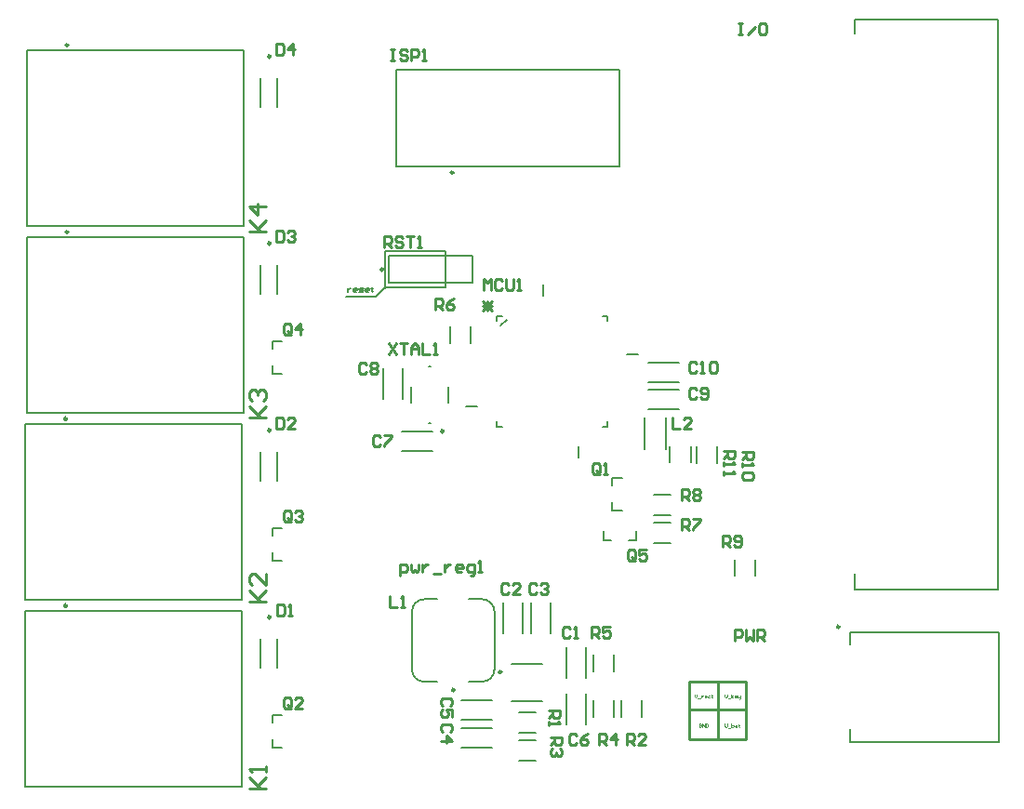
<source format=gbr>
%TF.GenerationSoftware,Altium Limited,Altium Designer,24.9.1 (31)*%
G04 Layer_Color=65535*
%FSLAX45Y45*%
%MOMM*%
%TF.SameCoordinates,83ADD26A-4C95-4E02-96E4-27C39B5E4718*%
%TF.FilePolarity,Positive*%
%TF.FileFunction,Legend,Top*%
%TF.Part,Single*%
G01*
G75*
%TA.AperFunction,NonConductor*%
%ADD46C,0.25000*%
%ADD47C,0.20000*%
%ADD48C,0.15400*%
%ADD49C,0.25400*%
%ADD50C,0.15240*%
%ADD51C,0.26442*%
%ADD52C,0.10000*%
D46*
X12804500Y9607000D02*
G03*
X12804500Y9607000I-12500J0D01*
G01*
X9285800Y7365100D02*
G03*
X9285800Y7365100I-12500J0D01*
G01*
X9298500Y10768700D02*
G03*
X9298500Y10768700I-12500J0D01*
G01*
X9285800Y5663300D02*
G03*
X9285800Y5663300I-12500J0D01*
G01*
X9298500Y9066900D02*
G03*
X9298500Y9066900I-12500J0D01*
G01*
X11139824Y5559353D02*
G03*
X11139824Y5559353I-12500J0D01*
G01*
Y7261153D02*
G03*
X11139824Y7261153I-12500J0D01*
G01*
Y8962953D02*
G03*
X11139824Y8962953I-12500J0D01*
G01*
Y10664753D02*
G03*
X11139824Y10664753I-12500J0D01*
G01*
X12164900Y8724900D02*
G03*
X12164900Y8724900I-12500J0D01*
G01*
X12713200Y7251900D02*
G03*
X12713200Y7251900I-12500J0D01*
G01*
X16319299Y5471700D02*
G03*
X16319299Y5471700I-12500J0D01*
G01*
X12814101Y4896700D02*
G03*
X12814101Y4896700I-12500J0D01*
G01*
X13242200Y5060700D02*
G03*
X13242200Y5060700I-12500J0D01*
G01*
D47*
X13066600Y4971700D02*
G03*
X13176601Y5081700I0J110000D01*
G01*
Y5611700D02*
G03*
X13066600Y5721700I-110000J0D01*
G01*
X12536600D02*
G03*
X12426600Y5611700I0J-110000D01*
G01*
Y5081700D02*
G03*
X12536600Y4971700I110000J0D01*
G01*
X11156798Y7774798D02*
X11244301D01*
X11156798Y8002300D02*
Y8074802D01*
Y7774798D02*
Y7847300D01*
Y8074802D02*
X11244301D01*
X14578696Y7634407D02*
X14859904D01*
X14578696Y7453193D02*
X14859904D01*
X14314999Y9667001D02*
Y10544997D01*
X12285001Y9667001D02*
X14314999D01*
X12285001Y10544997D02*
X14314999D01*
X12285001Y9667001D02*
Y10544997D01*
X15014999Y6965000D02*
Y7115000D01*
X15205000Y6965000D02*
Y7115000D01*
X14775000Y6966539D02*
Y7116539D01*
X14964999Y6966539D02*
Y7116539D01*
X15364999Y5935000D02*
Y6085000D01*
X15555000Y5935000D02*
Y6085000D01*
X14631599Y6419601D02*
X14781601D01*
X14631599Y6229599D02*
X14781601D01*
X14170000Y6260000D02*
Y6347500D01*
X14397501Y6260000D02*
X14470000D01*
X14170000D02*
X14242500D01*
X14470000D02*
Y6347500D01*
X8908298Y5715102D02*
Y7315098D01*
Y5715102D02*
X10878302D01*
Y7315098D01*
X8908298D02*
X10878302D01*
X16459003Y10996498D02*
X17763998D01*
X16459003Y5806501D02*
X17763998D01*
Y10996498D01*
X16459003Y5806501D02*
Y5956498D01*
Y10876498D02*
Y10996498D01*
X8920998Y9118702D02*
Y10718698D01*
Y9118702D02*
X10891002D01*
Y10718698D01*
X8920998D02*
X10891002D01*
X11156798Y4671202D02*
X11244301D01*
X11156798Y4371198D02*
Y4443700D01*
Y4598700D02*
Y4671202D01*
Y4371198D02*
X11244301D01*
X11156798Y6373002D02*
X11244301D01*
X11156798Y6072998D02*
Y6145500D01*
Y6300500D02*
Y6373002D01*
Y6072998D02*
X11244301D01*
X8908298Y5613298D02*
X10878302D01*
Y4013302D02*
Y5613298D01*
X8908298Y4013302D02*
X10878302D01*
X8908298D02*
Y5613298D01*
X8920998Y9016898D02*
X10891002D01*
Y7416902D02*
Y9016898D01*
X8920998Y7416902D02*
X10891002D01*
X8920998D02*
Y9016898D01*
X11199825Y5364902D02*
X11202700D01*
X11047700D02*
X11050575D01*
X11047700Y5099898D02*
Y5364902D01*
X11199825Y5099898D02*
X11202700D01*
X11047700D02*
X11050575D01*
X11202700D02*
Y5364902D01*
X11199825Y7066702D02*
X11202700D01*
X11047700D02*
X11050575D01*
X11047700Y6801698D02*
Y7066702D01*
X11199825Y6801698D02*
X11202700D01*
X11047700D02*
X11050575D01*
X11202700D02*
Y7066702D01*
X11199825Y8768502D02*
X11202700D01*
X11047700D02*
X11050575D01*
X11047700Y8503498D02*
Y8768502D01*
X11199825Y8503498D02*
X11202700D01*
X11047700D02*
X11050575D01*
X11202700D02*
Y8768502D01*
X11199825Y10470302D02*
X11202700D01*
X11047700D02*
X11050575D01*
X11047700Y10205298D02*
Y10470302D01*
X11199825Y10205298D02*
X11202700D01*
X11047700D02*
X11050575D01*
X11202700D02*
Y10470302D01*
X14631599Y6673601D02*
X14781601D01*
X14631599Y6483599D02*
X14781601D01*
X14249998Y6529998D02*
X14337502D01*
X14249998Y6757501D02*
Y6830002D01*
Y6529998D02*
Y6602500D01*
Y6830002D02*
X14337502D01*
X12217400Y8849401D02*
X12979401D01*
X12217400Y8600399D02*
X12979401D01*
X12217400D02*
Y8849401D01*
X12979401Y8600399D02*
Y8849401D01*
X12578202Y7324400D02*
X12593198D01*
X12753198Y7509398D02*
Y7654402D01*
X12578202Y7839400D02*
X12593198D01*
X12418202Y7509398D02*
Y7654402D01*
X14547789Y7088292D02*
Y7378908D01*
X14738411Y7088292D02*
Y7378908D01*
X14268201Y4649399D02*
Y4799401D01*
X14078198Y4649399D02*
Y4799401D01*
X16416801Y4424202D02*
Y4536699D01*
Y5306700D02*
Y5419202D01*
X17766801D01*
Y4424202D02*
Y5419202D01*
X16416801Y4424202D02*
X17766801D01*
X12946597Y4971699D02*
X13066599D01*
X12946597Y5721701D02*
X13066599D01*
X12536602D02*
X12656602D01*
X13176601Y5081702D02*
Y5611698D01*
X12536602Y4971699D02*
X12656602D01*
X12426599Y5081702D02*
Y5611698D01*
X13334700Y4795698D02*
X13614700D01*
X13334700Y5135702D02*
X13614700D01*
X14078198Y5068499D02*
Y5218501D01*
X14268201Y5068499D02*
Y5218501D01*
X14009807Y5002896D02*
Y5284104D01*
X13828593Y5002896D02*
Y5284104D01*
X14578696Y7875707D02*
X14859904D01*
X14578696Y7694493D02*
X14859904D01*
X12330796Y7253407D02*
X12612004D01*
X12330796Y7072193D02*
X12612004D01*
X12164893Y7542896D02*
Y7824104D01*
X12346107Y7542896D02*
Y7824104D01*
X12876897Y4548307D02*
X13158104D01*
X12876897Y4367093D02*
X13158104D01*
X12876897Y4802307D02*
X13158104D01*
X12876897Y4621093D02*
X13158104D01*
X13399699Y4692401D02*
X13549701D01*
X13399699Y4502399D02*
X13549701D01*
X12960101Y8052999D02*
Y8203001D01*
X12770099Y8052999D02*
Y8203001D01*
X13399699Y4248399D02*
X13549701D01*
X13399699Y4438401D02*
X13549701D01*
X13438307Y5409296D02*
Y5690504D01*
X13257092Y5409296D02*
Y5690504D01*
X13692307Y5409296D02*
Y5690504D01*
X13511093Y5409296D02*
Y5690504D01*
X14009807Y4583796D02*
Y4865004D01*
X13828593Y4583796D02*
Y4865004D01*
X14522202Y4649399D02*
Y4799401D01*
X14332199Y4649399D02*
Y4799401D01*
D48*
X12180000Y8560000D02*
X12730000D01*
X12180000Y8890000D02*
X12730000D01*
Y8560000D02*
Y8890000D01*
X12180000Y8560000D02*
Y8890000D01*
X11830000Y8480000D02*
X12100000D01*
X12180000Y8560000D01*
X12180000D01*
X11843318Y8556423D02*
Y8521501D01*
Y8538962D01*
X11852049Y8547693D01*
X11860779Y8556423D01*
X11869510D01*
X11921893Y8521501D02*
X11904432D01*
X11895701Y8530232D01*
Y8547693D01*
X11904432Y8556423D01*
X11921893D01*
X11930623Y8547693D01*
Y8538962D01*
X11895701D01*
X11948084Y8521501D02*
X11974276D01*
X11983006Y8530232D01*
X11974276Y8538962D01*
X11956815D01*
X11948084Y8547693D01*
X11956815Y8556423D01*
X11983006D01*
X12026659Y8521501D02*
X12009198D01*
X12000467Y8530232D01*
Y8547693D01*
X12009198Y8556423D01*
X12026659D01*
X12035389Y8547693D01*
Y8538962D01*
X12000467D01*
X12061581Y8565154D02*
Y8556423D01*
X12052850D01*
X12070311D01*
X12061581D01*
Y8530232D01*
X12070311Y8521501D01*
D49*
X14950000Y4450000D02*
X15470000D01*
X14950000Y4970000D02*
X15470000D01*
Y4450000D02*
Y4970000D01*
X14950000Y4450000D02*
Y4970000D01*
X12180000Y8560000D02*
X12180000D01*
X14960001Y4720000D02*
X15460001D01*
X15210001Y4450000D02*
Y4960000D01*
X15259216Y7070031D02*
X15360783D01*
Y7019248D01*
X15343855Y7002320D01*
X15310001D01*
X15293073Y7019248D01*
Y7070031D01*
Y7036175D02*
X15259216Y7002320D01*
Y6968464D02*
Y6934608D01*
Y6951536D01*
X15360783D01*
X15343855Y6968464D01*
X15259216Y6883824D02*
Y6849969D01*
Y6866897D01*
X15360783D01*
X15343855Y6883824D01*
X15429218Y7065419D02*
X15530785D01*
Y7014636D01*
X15513857Y6997708D01*
X15480000D01*
X15463072Y7014636D01*
Y7065419D01*
Y7031564D02*
X15429218Y6997708D01*
Y6963852D02*
Y6929997D01*
Y6946924D01*
X15530785D01*
X15513857Y6963852D01*
Y6879213D02*
X15530785Y6862285D01*
Y6828429D01*
X15513857Y6811501D01*
X15446144D01*
X15429218Y6828429D01*
Y6862285D01*
X15446144Y6879213D01*
X15513857D01*
X15255360Y6199216D02*
Y6300784D01*
X15306145D01*
X15323071Y6283856D01*
Y6250000D01*
X15306145Y6233072D01*
X15255360D01*
X15289217D02*
X15323071Y6199216D01*
X15356927Y6216144D02*
X15373856Y6199216D01*
X15407712D01*
X15424638Y6216144D01*
Y6283856D01*
X15407712Y6300784D01*
X15373856D01*
X15356927Y6283856D01*
Y6266928D01*
X15373856Y6250000D01*
X15424638D01*
X14463072Y6086144D02*
Y6153856D01*
X14446144Y6170784D01*
X14412289D01*
X14395361Y6153856D01*
Y6086144D01*
X14412289Y6069216D01*
X14446144D01*
X14429218Y6103072D02*
X14463072Y6069216D01*
X14446144D02*
X14463072Y6086144D01*
X14564639Y6170784D02*
X14496928D01*
Y6120000D01*
X14530785Y6136928D01*
X14547713D01*
X14564639Y6120000D01*
Y6086144D01*
X14547713Y6069216D01*
X14513857D01*
X14496928Y6086144D01*
X15400044Y10967679D02*
X15433900D01*
X15416972D01*
Y10866112D01*
X15400044D01*
X15433900D01*
X15484685D02*
X15552396Y10933823D01*
X15637035Y10967679D02*
X15603178D01*
X15586250Y10950751D01*
Y10883040D01*
X15603178Y10866112D01*
X15637035D01*
X15653963Y10883040D01*
Y10950751D01*
X15637035Y10967679D01*
X12229185Y10730784D02*
X12263041D01*
X12246113D01*
Y10629216D01*
X12229185D01*
X12263041D01*
X12381536Y10713856D02*
X12364608Y10730784D01*
X12330753D01*
X12313825Y10713856D01*
Y10696928D01*
X12330753Y10680000D01*
X12364608D01*
X12381536Y10663072D01*
Y10646144D01*
X12364608Y10629216D01*
X12330753D01*
X12313825Y10646144D01*
X12415392Y10629216D02*
Y10730784D01*
X12466175D01*
X12483103Y10713856D01*
Y10680000D01*
X12466175Y10663072D01*
X12415392D01*
X12516959Y10629216D02*
X12550815D01*
X12533887D01*
Y10730784D01*
X12516959Y10713856D01*
X11192961Y10782284D02*
Y10680717D01*
X11243744D01*
X11260672Y10697644D01*
Y10765356D01*
X11243744Y10782284D01*
X11192961D01*
X11345312Y10680717D02*
Y10782284D01*
X11294528Y10731500D01*
X11362239D01*
X11192961Y9080484D02*
Y8978917D01*
X11243744D01*
X11260672Y8995844D01*
Y9063556D01*
X11243744Y9080484D01*
X11192961D01*
X11294528Y9063556D02*
X11311456Y9080484D01*
X11345312D01*
X11362239Y9063556D01*
Y9046628D01*
X11345312Y9029700D01*
X11328384D01*
X11345312D01*
X11362239Y9012772D01*
Y8995844D01*
X11345312Y8978917D01*
X11311456D01*
X11294528Y8995844D01*
X11192961Y7378684D02*
Y7277117D01*
X11243744D01*
X11260672Y7294044D01*
Y7361756D01*
X11243744Y7378684D01*
X11192961D01*
X11362239Y7277117D02*
X11294528D01*
X11362239Y7344828D01*
Y7361756D01*
X11345312Y7378684D01*
X11311456D01*
X11294528Y7361756D01*
X11197189Y5676884D02*
Y5575317D01*
X11247972D01*
X11264900Y5592244D01*
Y5659956D01*
X11247972Y5676884D01*
X11197189D01*
X11298756Y5575317D02*
X11332612D01*
X11315684D01*
Y5676884D01*
X11298756Y5659956D01*
X11324172Y8144944D02*
Y8212656D01*
X11307244Y8229584D01*
X11273389D01*
X11256461Y8212656D01*
Y8144944D01*
X11273389Y8128017D01*
X11307244D01*
X11290317Y8161872D02*
X11324172Y8128017D01*
X11307244D02*
X11324172Y8144944D01*
X11408812Y8128017D02*
Y8229584D01*
X11358028Y8178800D01*
X11425739D01*
X11324172Y6443144D02*
Y6510856D01*
X11307244Y6527784D01*
X11273389D01*
X11256461Y6510856D01*
Y6443144D01*
X11273389Y6426217D01*
X11307244D01*
X11290317Y6460072D02*
X11324172Y6426217D01*
X11307244D02*
X11324172Y6443144D01*
X11358028Y6510856D02*
X11374956Y6527784D01*
X11408812D01*
X11425739Y6510856D01*
Y6493928D01*
X11408812Y6477000D01*
X11391884D01*
X11408812D01*
X11425739Y6460072D01*
Y6443144D01*
X11408812Y6426217D01*
X11374956D01*
X11358028Y6443144D01*
X11324172Y4741344D02*
Y4809056D01*
X11307244Y4825984D01*
X11273389D01*
X11256461Y4809056D01*
Y4741344D01*
X11273389Y4724417D01*
X11307244D01*
X11290317Y4758272D02*
X11324172Y4724417D01*
X11307244D02*
X11324172Y4741344D01*
X11425739Y4724417D02*
X11358028D01*
X11425739Y4792128D01*
Y4809056D01*
X11408812Y4825984D01*
X11374956D01*
X11358028Y4809056D01*
X14885361Y6619217D02*
Y6720784D01*
X14936143D01*
X14953072Y6703856D01*
Y6670000D01*
X14936143Y6653072D01*
X14885361D01*
X14919217D02*
X14953072Y6619217D01*
X14986928Y6703856D02*
X15003856Y6720784D01*
X15037712D01*
X15054639Y6703856D01*
Y6686928D01*
X15037712Y6670000D01*
X15054639Y6653072D01*
Y6636144D01*
X15037712Y6619217D01*
X15003856D01*
X14986928Y6636144D01*
Y6653072D01*
X15003856Y6670000D01*
X14986928Y6686928D01*
Y6703856D01*
X15003856Y6670000D02*
X15037712D01*
X14885361Y6349216D02*
Y6450784D01*
X14936143D01*
X14953072Y6433856D01*
Y6400000D01*
X14936143Y6383072D01*
X14885361D01*
X14919217D02*
X14953072Y6349216D01*
X14986928Y6450784D02*
X15054639D01*
Y6433856D01*
X14986928Y6366144D01*
Y6349216D01*
X12175121Y8928117D02*
Y9029684D01*
X12225905D01*
X12242833Y9012756D01*
Y8978900D01*
X12225905Y8961972D01*
X12175121D01*
X12208977D02*
X12242833Y8928117D01*
X12344400Y9012756D02*
X12327472Y9029684D01*
X12293617D01*
X12276689Y9012756D01*
Y8995828D01*
X12293617Y8978900D01*
X12327472D01*
X12344400Y8961972D01*
Y8945044D01*
X12327472Y8928117D01*
X12293617D01*
X12276689Y8945044D01*
X12378256Y9029684D02*
X12445967D01*
X12412112D01*
Y8928117D01*
X12479823D02*
X12513679D01*
X12496751D01*
Y9029684D01*
X12479823Y9012756D01*
X14139999Y6876144D02*
Y6943856D01*
X14123071Y6960784D01*
X14089217D01*
X14072289Y6943856D01*
Y6876144D01*
X14089217Y6859216D01*
X14123071D01*
X14106145Y6893072D02*
X14139999Y6859216D01*
X14123071D02*
X14139999Y6876144D01*
X14173856Y6859216D02*
X14207710D01*
X14190784D01*
Y6960784D01*
X14173856Y6943856D01*
X10947425Y9067841D02*
X11099775D01*
X11048992D01*
X10947425Y9169408D01*
X11023600Y9093233D01*
X11099775Y9169408D01*
Y9296367D02*
X10947425D01*
X11023600Y9220192D01*
Y9321759D01*
X10947425Y7378741D02*
X11099775D01*
X11048992D01*
X10947425Y7480308D01*
X11023600Y7404133D01*
X11099775Y7480308D01*
X10972817Y7531092D02*
X10947425Y7556484D01*
Y7607267D01*
X10972817Y7632659D01*
X10998208D01*
X11023600Y7607267D01*
Y7581875D01*
Y7607267D01*
X11048992Y7632659D01*
X11074383D01*
X11099775Y7607267D01*
Y7556484D01*
X11074383Y7531092D01*
X10947425Y5702341D02*
X11099775D01*
X11048992D01*
X10947425Y5803908D01*
X11023600Y5727733D01*
X11099775Y5803908D01*
Y5956259D02*
Y5854692D01*
X10998208Y5956259D01*
X10972817D01*
X10947425Y5930867D01*
Y5880084D01*
X10972817Y5854692D01*
X10947425Y4000533D02*
X11099775D01*
X11048992D01*
X10947425Y4102100D01*
X11023600Y4025925D01*
X11099775Y4102100D01*
Y4152884D02*
Y4203667D01*
Y4178276D01*
X10947425D01*
X10972817Y4152884D01*
X12225889Y5753084D02*
Y5651517D01*
X12293600D01*
X12327456D02*
X12361312D01*
X12344384D01*
Y5753084D01*
X12327456Y5736156D01*
X14063161Y5372117D02*
Y5473684D01*
X14113943D01*
X14130872Y5456756D01*
Y5422900D01*
X14113943Y5405972D01*
X14063161D01*
X14097017D02*
X14130872Y5372117D01*
X14232439Y5473684D02*
X14164728D01*
Y5422900D01*
X14198584Y5439828D01*
X14215512D01*
X14232439Y5422900D01*
Y5389044D01*
X14215512Y5372117D01*
X14181656D01*
X14164728Y5389044D01*
X14126662Y4394217D02*
Y4495784D01*
X14177444D01*
X14194373Y4478856D01*
Y4445000D01*
X14177444Y4428072D01*
X14126662D01*
X14160516D02*
X14194373Y4394217D01*
X14279012D02*
Y4495784D01*
X14228229Y4445000D01*
X14295940D01*
X14380661Y4394217D02*
Y4495784D01*
X14431444D01*
X14448372Y4478856D01*
Y4445000D01*
X14431444Y4428072D01*
X14380661D01*
X14414517D02*
X14448372Y4394217D01*
X14549939D02*
X14482228D01*
X14549939Y4461928D01*
Y4478856D01*
X14533012Y4495784D01*
X14499156D01*
X14482228Y4478856D01*
X13927672D02*
X13910744Y4495784D01*
X13876889D01*
X13859961Y4478856D01*
Y4411144D01*
X13876889Y4394217D01*
X13910744D01*
X13927672Y4411144D01*
X14029239Y4495784D02*
X13995384Y4478856D01*
X13961528Y4445000D01*
Y4411144D01*
X13978456Y4394217D01*
X14012312D01*
X14029239Y4411144D01*
Y4428072D01*
X14012312Y4445000D01*
X13961528D01*
X13559372Y5850456D02*
X13542444Y5867384D01*
X13508589D01*
X13491661Y5850456D01*
Y5782744D01*
X13508589Y5765817D01*
X13542444D01*
X13559372Y5782744D01*
X13593228Y5850456D02*
X13610156Y5867384D01*
X13644012D01*
X13660939Y5850456D01*
Y5833528D01*
X13644012Y5816600D01*
X13627084D01*
X13644012D01*
X13660939Y5799672D01*
Y5782744D01*
X13644012Y5765817D01*
X13610156D01*
X13593228Y5782744D01*
X13305373Y5850456D02*
X13288445Y5867384D01*
X13254588D01*
X13237662Y5850456D01*
Y5782744D01*
X13254588Y5765817D01*
X13288445D01*
X13305373Y5782744D01*
X13406940Y5765817D02*
X13339227D01*
X13406940Y5833528D01*
Y5850456D01*
X13390012Y5867384D01*
X13356155D01*
X13339227Y5850456D01*
X13868401Y5456756D02*
X13851472Y5473684D01*
X13817616D01*
X13800690Y5456756D01*
Y5389044D01*
X13817616Y5372117D01*
X13851472D01*
X13868401Y5389044D01*
X13902255Y5372117D02*
X13936111D01*
X13919183D01*
Y5473684D01*
X13902255Y5456756D01*
X13690617Y4466139D02*
X13792184D01*
Y4415356D01*
X13775256Y4398428D01*
X13741400D01*
X13724472Y4415356D01*
Y4466139D01*
Y4432283D02*
X13690617Y4398428D01*
X13775256Y4364572D02*
X13792184Y4347644D01*
Y4313788D01*
X13775256Y4296861D01*
X13758328D01*
X13741400Y4313788D01*
Y4330716D01*
Y4313788D01*
X13724472Y4296861D01*
X13707544D01*
X13690617Y4313788D01*
Y4347644D01*
X13707544Y4364572D01*
X12640761Y8356617D02*
Y8458184D01*
X12691544D01*
X12708472Y8441256D01*
Y8407400D01*
X12691544Y8390472D01*
X12640761D01*
X12674617D02*
X12708472Y8356617D01*
X12810039Y8458184D02*
X12776184Y8441256D01*
X12742328Y8407400D01*
Y8373544D01*
X12759256Y8356617D01*
X12793112D01*
X12810039Y8373544D01*
Y8390472D01*
X12793112Y8407400D01*
X12742328D01*
X13669217Y4707711D02*
X13770784D01*
Y4656928D01*
X13753856Y4640000D01*
X13720000D01*
X13703072Y4656928D01*
Y4707711D01*
Y4673856D02*
X13669217Y4640000D01*
Y4606144D02*
Y4572289D01*
Y4589216D01*
X13770784D01*
X13753856Y4606144D01*
X12771956Y4754028D02*
X12788884Y4770956D01*
Y4804811D01*
X12771956Y4821739D01*
X12704244D01*
X12687317Y4804811D01*
Y4770956D01*
X12704244Y4754028D01*
X12788884Y4652461D02*
Y4720172D01*
X12738100D01*
X12755028Y4686316D01*
Y4669388D01*
X12738100Y4652461D01*
X12704244D01*
X12687317Y4669388D01*
Y4703244D01*
X12704244Y4720172D01*
X12771956Y4512728D02*
X12788884Y4529656D01*
Y4563511D01*
X12771956Y4580439D01*
X12704244D01*
X12687317Y4563511D01*
Y4529656D01*
X12704244Y4512728D01*
X12687317Y4428088D02*
X12788884D01*
X12738100Y4478872D01*
Y4411161D01*
X12314887Y5939389D02*
Y6040956D01*
X12365670D01*
X12382598Y6024028D01*
Y5990172D01*
X12365670Y5973244D01*
X12314887D01*
X12416454Y6040956D02*
Y5990172D01*
X12433382Y5973244D01*
X12450310Y5990172D01*
X12467238Y5973244D01*
X12484166Y5990172D01*
Y6040956D01*
X12518021D02*
Y5973244D01*
Y6007100D01*
X12534949Y6024028D01*
X12551877Y6040956D01*
X12568805D01*
X12619589Y5956317D02*
X12687300D01*
X12721156Y6040956D02*
Y5973244D01*
Y6007100D01*
X12738084Y6024028D01*
X12755012Y6040956D01*
X12771939D01*
X12873508Y5973244D02*
X12839651D01*
X12822723Y5990172D01*
Y6024028D01*
X12839651Y6040956D01*
X12873508D01*
X12890434Y6024028D01*
Y6007100D01*
X12822723D01*
X12958147Y5939389D02*
X12975073D01*
X12992001Y5956317D01*
Y6040956D01*
X12941219D01*
X12924290Y6024028D01*
Y5990172D01*
X12941219Y5973244D01*
X12992001D01*
X13025858D02*
X13059714D01*
X13042786D01*
Y6074812D01*
X13025858Y6057884D01*
X15361108Y5344152D02*
Y5445719D01*
X15411893D01*
X15428819Y5428791D01*
Y5394935D01*
X15411893Y5378008D01*
X15361108D01*
X15462675Y5445719D02*
Y5344152D01*
X15496532Y5378008D01*
X15530386Y5344152D01*
Y5445719D01*
X15564243Y5344152D02*
Y5445719D01*
X15615027D01*
X15631955Y5428791D01*
Y5394935D01*
X15615027Y5378008D01*
X15564243D01*
X15598099D02*
X15631955Y5344152D01*
X14799760Y7373284D02*
Y7271716D01*
X14867471D01*
X14969038D02*
X14901328D01*
X14969038Y7339428D01*
Y7356356D01*
X14952112Y7373284D01*
X14918256D01*
X14901328Y7356356D01*
X12213238Y8051784D02*
X12280949Y7950217D01*
Y8051784D02*
X12213238Y7950217D01*
X12314805Y8051784D02*
X12382516D01*
X12348661D01*
Y7950217D01*
X12416372D02*
Y8017928D01*
X12450228Y8051784D01*
X12484083Y8017928D01*
Y7950217D01*
Y8001000D01*
X12416372D01*
X12517939Y8051784D02*
Y7950217D01*
X12585651D01*
X12619507D02*
X12653362D01*
X12636434D01*
Y8051784D01*
X12619507Y8034856D01*
X12009972Y7857056D02*
X11993044Y7873984D01*
X11959189D01*
X11942261Y7857056D01*
Y7789344D01*
X11959189Y7772417D01*
X11993044D01*
X12009972Y7789344D01*
X12043828Y7857056D02*
X12060756Y7873984D01*
X12094612D01*
X12111539Y7857056D01*
Y7840128D01*
X12094612Y7823200D01*
X12111539Y7806272D01*
Y7789344D01*
X12094612Y7772417D01*
X12060756D01*
X12043828Y7789344D01*
Y7806272D01*
X12060756Y7823200D01*
X12043828Y7840128D01*
Y7857056D01*
X12060756Y7823200D02*
X12094612D01*
X12136972Y7196656D02*
X12120044Y7213584D01*
X12086189D01*
X12069261Y7196656D01*
Y7128944D01*
X12086189Y7112017D01*
X12120044D01*
X12136972Y7128944D01*
X12170828Y7213584D02*
X12238539D01*
Y7196656D01*
X12170828Y7128944D01*
Y7112017D01*
X15019872Y7628456D02*
X15002943Y7645384D01*
X14969089D01*
X14952161Y7628456D01*
Y7560744D01*
X14969089Y7543817D01*
X15002943D01*
X15019872Y7560744D01*
X15053728D02*
X15070656Y7543817D01*
X15104512D01*
X15121439Y7560744D01*
Y7628456D01*
X15104512Y7645384D01*
X15070656D01*
X15053728Y7628456D01*
Y7611528D01*
X15070656Y7594600D01*
X15121439D01*
X15015652Y7869756D02*
X14998724Y7886684D01*
X14964870D01*
X14947942Y7869756D01*
Y7802044D01*
X14964870Y7785117D01*
X14998724D01*
X15015652Y7802044D01*
X15049509Y7785117D02*
X15083363D01*
X15066435D01*
Y7886684D01*
X15049509Y7869756D01*
X15134148D02*
X15151076Y7886684D01*
X15184930D01*
X15201859Y7869756D01*
Y7802044D01*
X15184930Y7785117D01*
X15151076D01*
X15134148Y7802044D01*
Y7869756D01*
X13076820Y8534417D02*
Y8635984D01*
X13110677Y8602128D01*
X13144533Y8635984D01*
Y8534417D01*
X13246100Y8619056D02*
X13229172Y8635984D01*
X13195317D01*
X13178389Y8619056D01*
Y8551344D01*
X13195317Y8534417D01*
X13229172D01*
X13246100Y8551344D01*
X13279956Y8635984D02*
Y8551344D01*
X13296884Y8534417D01*
X13330739D01*
X13347667Y8551344D01*
Y8635984D01*
X13381523Y8534417D02*
X13415379D01*
X13398451D01*
Y8635984D01*
X13381523Y8619056D01*
D50*
X13197839Y7292340D02*
Y7340600D01*
Y8255000D02*
Y8303260D01*
X14160500D02*
X14208760D01*
Y7292340D02*
Y7340600D01*
X13197839Y7292340D02*
X13246100D01*
X13233400Y8211820D02*
X13289281Y8267700D01*
X14160500Y7292340D02*
X14208760D01*
Y8255000D02*
Y8303260D01*
X13197839D02*
X13246100D01*
X14384019Y7955280D02*
X14485620D01*
X12918440Y7475220D02*
X13020039D01*
X13624561Y8486140D02*
Y8587740D01*
X13944600Y7012940D02*
Y7114540D01*
D51*
X13068300Y8436999D02*
X13152939Y8352360D01*
X13068300D02*
X13152939Y8436999D01*
X13068300Y8394679D02*
X13152939D01*
X13110620Y8352360D02*
Y8436999D01*
D52*
X15274782Y4587339D02*
Y4567346D01*
X15284779Y4557349D01*
X15294775Y4567346D01*
Y4587339D01*
X15304773Y4552351D02*
X15324767D01*
X15334763Y4587339D02*
Y4557349D01*
X15349757D01*
X15354756Y4562347D01*
Y4567346D01*
Y4572344D01*
X15349757Y4577343D01*
X15334763D01*
X15369753D02*
X15379749D01*
X15384747Y4572344D01*
Y4557349D01*
X15369753D01*
X15364754Y4562347D01*
X15369753Y4567346D01*
X15384747D01*
X15399742Y4582341D02*
Y4577343D01*
X15394743D01*
X15404739D01*
X15399742D01*
Y4562347D01*
X15404739Y4557349D01*
X15059995Y4584992D02*
X15054996Y4589990D01*
X15044998D01*
X15039999Y4584992D01*
Y4564998D01*
X15044998Y4560000D01*
X15054996D01*
X15059995Y4564998D01*
Y4574995D01*
X15049997D01*
X15069991Y4560000D02*
Y4589990D01*
X15089984Y4560000D01*
Y4589990D01*
X15099980D02*
Y4560000D01*
X15114977D01*
X15119974Y4564998D01*
Y4584992D01*
X15114977Y4589990D01*
X15099980D01*
X15273860Y4854550D02*
Y4834557D01*
X15283856Y4824560D01*
X15293854Y4834557D01*
Y4854550D01*
X15303850Y4819562D02*
X15323843D01*
X15333839Y4824560D02*
Y4854550D01*
Y4834557D02*
X15348836Y4844554D01*
X15333839Y4834557D02*
X15348836Y4824560D01*
X15378825D02*
X15368829D01*
X15363831Y4829559D01*
Y4839555D01*
X15368829Y4844554D01*
X15378825D01*
X15383824Y4839555D01*
Y4834557D01*
X15363831D01*
X15393822Y4844554D02*
Y4829559D01*
X15398819Y4824560D01*
X15413814D01*
Y4819562D01*
X15408817Y4814563D01*
X15403818D01*
X15413814Y4824560D02*
Y4844554D01*
X15000000Y4854989D02*
Y4834995D01*
X15009998Y4824998D01*
X15019994Y4834995D01*
Y4854989D01*
X15029990Y4820000D02*
X15049985D01*
X15059981Y4844992D02*
Y4824998D01*
Y4834995D01*
X15064980Y4839994D01*
X15069977Y4844992D01*
X15074976D01*
X15104967Y4824998D02*
X15094969D01*
X15089970Y4829997D01*
Y4839994D01*
X15094969Y4844992D01*
X15104967D01*
X15109964Y4839994D01*
Y4834995D01*
X15089970D01*
X15139955Y4844992D02*
X15124960D01*
X15119962Y4839994D01*
Y4829997D01*
X15124960Y4824998D01*
X15139955D01*
X15154950Y4849990D02*
Y4844992D01*
X15149951D01*
X15159949D01*
X15154950D01*
Y4829997D01*
X15159949Y4824998D01*
%TF.MD5,6f884949e3779fcbfb84dda4fa19c844*%
M02*

</source>
